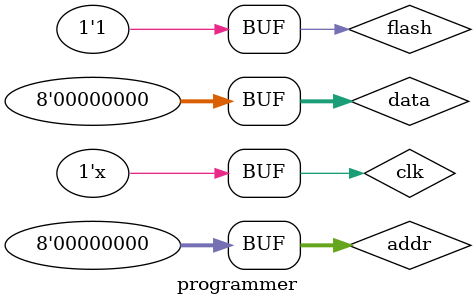
<source format=v>
`timescale 10ps/1ps

module programmer();

	reg [0:7] data = 0;
	reg [0:7] addr = 0;
	reg clk = 0;
	reg flash = 1;
	
	greenrisc uut(.clk(clk) , .flash(flash) , .data(data), .addr(addr));
	
	always #5 clk = ~clk; 
	
	initial begin
	
		repeat (20) begin
			#10;
			data = data+1;
			addr = addr+1;
		end	
	
	end
		
endmodule
	
	
	
	
</source>
